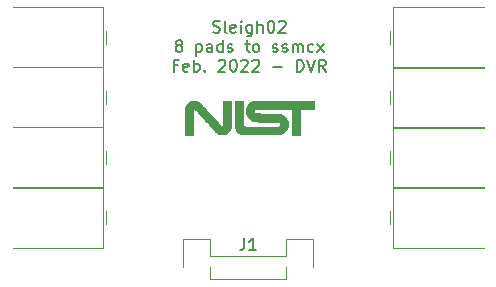
<source format=gbr>
G04 #@! TF.GenerationSoftware,KiCad,Pcbnew,5.1.4*
G04 #@! TF.CreationDate,2022-02-05T09:52:07-07:00*
G04 #@! TF.ProjectId,sleigh,736c6569-6768-42e6-9b69-6361645f7063,rev?*
G04 #@! TF.SameCoordinates,Original*
G04 #@! TF.FileFunction,Legend,Top*
G04 #@! TF.FilePolarity,Positive*
%FSLAX46Y46*%
G04 Gerber Fmt 4.6, Leading zero omitted, Abs format (unit mm)*
G04 Created by KiCad (PCBNEW 5.1.4) date 2022-02-05 09:52:07*
%MOMM*%
%LPD*%
G04 APERTURE LIST*
%ADD10C,0.150000*%
%ADD11C,0.010000*%
%ADD12C,0.120000*%
G04 APERTURE END LIST*
D10*
X149428571Y-73754761D02*
X149571428Y-73802380D01*
X149809523Y-73802380D01*
X149904761Y-73754761D01*
X149952380Y-73707142D01*
X150000000Y-73611904D01*
X150000000Y-73516666D01*
X149952380Y-73421428D01*
X149904761Y-73373809D01*
X149809523Y-73326190D01*
X149619047Y-73278571D01*
X149523809Y-73230952D01*
X149476190Y-73183333D01*
X149428571Y-73088095D01*
X149428571Y-72992857D01*
X149476190Y-72897619D01*
X149523809Y-72850000D01*
X149619047Y-72802380D01*
X149857142Y-72802380D01*
X150000000Y-72850000D01*
X150571428Y-73802380D02*
X150476190Y-73754761D01*
X150428571Y-73659523D01*
X150428571Y-72802380D01*
X151333333Y-73754761D02*
X151238095Y-73802380D01*
X151047619Y-73802380D01*
X150952380Y-73754761D01*
X150904761Y-73659523D01*
X150904761Y-73278571D01*
X150952380Y-73183333D01*
X151047619Y-73135714D01*
X151238095Y-73135714D01*
X151333333Y-73183333D01*
X151380952Y-73278571D01*
X151380952Y-73373809D01*
X150904761Y-73469047D01*
X151809523Y-73802380D02*
X151809523Y-73135714D01*
X151809523Y-72802380D02*
X151761904Y-72850000D01*
X151809523Y-72897619D01*
X151857142Y-72850000D01*
X151809523Y-72802380D01*
X151809523Y-72897619D01*
X152714285Y-73135714D02*
X152714285Y-73945238D01*
X152666666Y-74040476D01*
X152619047Y-74088095D01*
X152523809Y-74135714D01*
X152380952Y-74135714D01*
X152285714Y-74088095D01*
X152714285Y-73754761D02*
X152619047Y-73802380D01*
X152428571Y-73802380D01*
X152333333Y-73754761D01*
X152285714Y-73707142D01*
X152238095Y-73611904D01*
X152238095Y-73326190D01*
X152285714Y-73230952D01*
X152333333Y-73183333D01*
X152428571Y-73135714D01*
X152619047Y-73135714D01*
X152714285Y-73183333D01*
X153190476Y-73802380D02*
X153190476Y-72802380D01*
X153619047Y-73802380D02*
X153619047Y-73278571D01*
X153571428Y-73183333D01*
X153476190Y-73135714D01*
X153333333Y-73135714D01*
X153238095Y-73183333D01*
X153190476Y-73230952D01*
X154285714Y-72802380D02*
X154380952Y-72802380D01*
X154476190Y-72850000D01*
X154523809Y-72897619D01*
X154571428Y-72992857D01*
X154619047Y-73183333D01*
X154619047Y-73421428D01*
X154571428Y-73611904D01*
X154523809Y-73707142D01*
X154476190Y-73754761D01*
X154380952Y-73802380D01*
X154285714Y-73802380D01*
X154190476Y-73754761D01*
X154142857Y-73707142D01*
X154095238Y-73611904D01*
X154047619Y-73421428D01*
X154047619Y-73183333D01*
X154095238Y-72992857D01*
X154142857Y-72897619D01*
X154190476Y-72850000D01*
X154285714Y-72802380D01*
X155000000Y-72897619D02*
X155047619Y-72850000D01*
X155142857Y-72802380D01*
X155380952Y-72802380D01*
X155476190Y-72850000D01*
X155523809Y-72897619D01*
X155571428Y-72992857D01*
X155571428Y-73088095D01*
X155523809Y-73230952D01*
X154952380Y-73802380D01*
X155571428Y-73802380D01*
X146452380Y-74880952D02*
X146357142Y-74833333D01*
X146309523Y-74785714D01*
X146261904Y-74690476D01*
X146261904Y-74642857D01*
X146309523Y-74547619D01*
X146357142Y-74500000D01*
X146452380Y-74452380D01*
X146642857Y-74452380D01*
X146738095Y-74500000D01*
X146785714Y-74547619D01*
X146833333Y-74642857D01*
X146833333Y-74690476D01*
X146785714Y-74785714D01*
X146738095Y-74833333D01*
X146642857Y-74880952D01*
X146452380Y-74880952D01*
X146357142Y-74928571D01*
X146309523Y-74976190D01*
X146261904Y-75071428D01*
X146261904Y-75261904D01*
X146309523Y-75357142D01*
X146357142Y-75404761D01*
X146452380Y-75452380D01*
X146642857Y-75452380D01*
X146738095Y-75404761D01*
X146785714Y-75357142D01*
X146833333Y-75261904D01*
X146833333Y-75071428D01*
X146785714Y-74976190D01*
X146738095Y-74928571D01*
X146642857Y-74880952D01*
X148023809Y-74785714D02*
X148023809Y-75785714D01*
X148023809Y-74833333D02*
X148119047Y-74785714D01*
X148309523Y-74785714D01*
X148404761Y-74833333D01*
X148452380Y-74880952D01*
X148500000Y-74976190D01*
X148500000Y-75261904D01*
X148452380Y-75357142D01*
X148404761Y-75404761D01*
X148309523Y-75452380D01*
X148119047Y-75452380D01*
X148023809Y-75404761D01*
X149357142Y-75452380D02*
X149357142Y-74928571D01*
X149309523Y-74833333D01*
X149214285Y-74785714D01*
X149023809Y-74785714D01*
X148928571Y-74833333D01*
X149357142Y-75404761D02*
X149261904Y-75452380D01*
X149023809Y-75452380D01*
X148928571Y-75404761D01*
X148880952Y-75309523D01*
X148880952Y-75214285D01*
X148928571Y-75119047D01*
X149023809Y-75071428D01*
X149261904Y-75071428D01*
X149357142Y-75023809D01*
X150261904Y-75452380D02*
X150261904Y-74452380D01*
X150261904Y-75404761D02*
X150166666Y-75452380D01*
X149976190Y-75452380D01*
X149880952Y-75404761D01*
X149833333Y-75357142D01*
X149785714Y-75261904D01*
X149785714Y-74976190D01*
X149833333Y-74880952D01*
X149880952Y-74833333D01*
X149976190Y-74785714D01*
X150166666Y-74785714D01*
X150261904Y-74833333D01*
X150690476Y-75404761D02*
X150785714Y-75452380D01*
X150976190Y-75452380D01*
X151071428Y-75404761D01*
X151119047Y-75309523D01*
X151119047Y-75261904D01*
X151071428Y-75166666D01*
X150976190Y-75119047D01*
X150833333Y-75119047D01*
X150738095Y-75071428D01*
X150690476Y-74976190D01*
X150690476Y-74928571D01*
X150738095Y-74833333D01*
X150833333Y-74785714D01*
X150976190Y-74785714D01*
X151071428Y-74833333D01*
X152166666Y-74785714D02*
X152547619Y-74785714D01*
X152309523Y-74452380D02*
X152309523Y-75309523D01*
X152357142Y-75404761D01*
X152452380Y-75452380D01*
X152547619Y-75452380D01*
X153023809Y-75452380D02*
X152928571Y-75404761D01*
X152880952Y-75357142D01*
X152833333Y-75261904D01*
X152833333Y-74976190D01*
X152880952Y-74880952D01*
X152928571Y-74833333D01*
X153023809Y-74785714D01*
X153166666Y-74785714D01*
X153261904Y-74833333D01*
X153309523Y-74880952D01*
X153357142Y-74976190D01*
X153357142Y-75261904D01*
X153309523Y-75357142D01*
X153261904Y-75404761D01*
X153166666Y-75452380D01*
X153023809Y-75452380D01*
X154500000Y-75404761D02*
X154595238Y-75452380D01*
X154785714Y-75452380D01*
X154880952Y-75404761D01*
X154928571Y-75309523D01*
X154928571Y-75261904D01*
X154880952Y-75166666D01*
X154785714Y-75119047D01*
X154642857Y-75119047D01*
X154547619Y-75071428D01*
X154500000Y-74976190D01*
X154500000Y-74928571D01*
X154547619Y-74833333D01*
X154642857Y-74785714D01*
X154785714Y-74785714D01*
X154880952Y-74833333D01*
X155309523Y-75404761D02*
X155404761Y-75452380D01*
X155595238Y-75452380D01*
X155690476Y-75404761D01*
X155738095Y-75309523D01*
X155738095Y-75261904D01*
X155690476Y-75166666D01*
X155595238Y-75119047D01*
X155452380Y-75119047D01*
X155357142Y-75071428D01*
X155309523Y-74976190D01*
X155309523Y-74928571D01*
X155357142Y-74833333D01*
X155452380Y-74785714D01*
X155595238Y-74785714D01*
X155690476Y-74833333D01*
X156166666Y-75452380D02*
X156166666Y-74785714D01*
X156166666Y-74880952D02*
X156214285Y-74833333D01*
X156309523Y-74785714D01*
X156452380Y-74785714D01*
X156547619Y-74833333D01*
X156595238Y-74928571D01*
X156595238Y-75452380D01*
X156595238Y-74928571D02*
X156642857Y-74833333D01*
X156738095Y-74785714D01*
X156880952Y-74785714D01*
X156976190Y-74833333D01*
X157023809Y-74928571D01*
X157023809Y-75452380D01*
X157928571Y-75404761D02*
X157833333Y-75452380D01*
X157642857Y-75452380D01*
X157547619Y-75404761D01*
X157500000Y-75357142D01*
X157452380Y-75261904D01*
X157452380Y-74976190D01*
X157500000Y-74880952D01*
X157547619Y-74833333D01*
X157642857Y-74785714D01*
X157833333Y-74785714D01*
X157928571Y-74833333D01*
X158261904Y-75452380D02*
X158785714Y-74785714D01*
X158261904Y-74785714D02*
X158785714Y-75452380D01*
X146428571Y-76578571D02*
X146095238Y-76578571D01*
X146095238Y-77102380D02*
X146095238Y-76102380D01*
X146571428Y-76102380D01*
X147333333Y-77054761D02*
X147238095Y-77102380D01*
X147047619Y-77102380D01*
X146952380Y-77054761D01*
X146904761Y-76959523D01*
X146904761Y-76578571D01*
X146952380Y-76483333D01*
X147047619Y-76435714D01*
X147238095Y-76435714D01*
X147333333Y-76483333D01*
X147380952Y-76578571D01*
X147380952Y-76673809D01*
X146904761Y-76769047D01*
X147809523Y-77102380D02*
X147809523Y-76102380D01*
X147809523Y-76483333D02*
X147904761Y-76435714D01*
X148095238Y-76435714D01*
X148190476Y-76483333D01*
X148238095Y-76530952D01*
X148285714Y-76626190D01*
X148285714Y-76911904D01*
X148238095Y-77007142D01*
X148190476Y-77054761D01*
X148095238Y-77102380D01*
X147904761Y-77102380D01*
X147809523Y-77054761D01*
X148714285Y-77007142D02*
X148761904Y-77054761D01*
X148714285Y-77102380D01*
X148666666Y-77054761D01*
X148714285Y-77007142D01*
X148714285Y-77102380D01*
X149904761Y-76197619D02*
X149952380Y-76150000D01*
X150047619Y-76102380D01*
X150285714Y-76102380D01*
X150380952Y-76150000D01*
X150428571Y-76197619D01*
X150476190Y-76292857D01*
X150476190Y-76388095D01*
X150428571Y-76530952D01*
X149857142Y-77102380D01*
X150476190Y-77102380D01*
X151095238Y-76102380D02*
X151190476Y-76102380D01*
X151285714Y-76150000D01*
X151333333Y-76197619D01*
X151380952Y-76292857D01*
X151428571Y-76483333D01*
X151428571Y-76721428D01*
X151380952Y-76911904D01*
X151333333Y-77007142D01*
X151285714Y-77054761D01*
X151190476Y-77102380D01*
X151095238Y-77102380D01*
X151000000Y-77054761D01*
X150952380Y-77007142D01*
X150904761Y-76911904D01*
X150857142Y-76721428D01*
X150857142Y-76483333D01*
X150904761Y-76292857D01*
X150952380Y-76197619D01*
X151000000Y-76150000D01*
X151095238Y-76102380D01*
X151809523Y-76197619D02*
X151857142Y-76150000D01*
X151952380Y-76102380D01*
X152190476Y-76102380D01*
X152285714Y-76150000D01*
X152333333Y-76197619D01*
X152380952Y-76292857D01*
X152380952Y-76388095D01*
X152333333Y-76530952D01*
X151761904Y-77102380D01*
X152380952Y-77102380D01*
X152761904Y-76197619D02*
X152809523Y-76150000D01*
X152904761Y-76102380D01*
X153142857Y-76102380D01*
X153238095Y-76150000D01*
X153285714Y-76197619D01*
X153333333Y-76292857D01*
X153333333Y-76388095D01*
X153285714Y-76530952D01*
X152714285Y-77102380D01*
X153333333Y-77102380D01*
X154523809Y-76721428D02*
X155285714Y-76721428D01*
X156523809Y-77102380D02*
X156523809Y-76102380D01*
X156761904Y-76102380D01*
X156904761Y-76150000D01*
X157000000Y-76245238D01*
X157047619Y-76340476D01*
X157095238Y-76530952D01*
X157095238Y-76673809D01*
X157047619Y-76864285D01*
X157000000Y-76959523D01*
X156904761Y-77054761D01*
X156761904Y-77102380D01*
X156523809Y-77102380D01*
X157380952Y-76102380D02*
X157714285Y-77102380D01*
X158047619Y-76102380D01*
X158952380Y-77102380D02*
X158619047Y-76626190D01*
X158380952Y-77102380D02*
X158380952Y-76102380D01*
X158761904Y-76102380D01*
X158857142Y-76150000D01*
X158904761Y-76197619D01*
X158952380Y-76292857D01*
X158952380Y-76435714D01*
X158904761Y-76530952D01*
X158857142Y-76578571D01*
X158761904Y-76626190D01*
X158380952Y-76626190D01*
D11*
G36*
X157969467Y-80238000D02*
G01*
X156784133Y-80238000D01*
X156784133Y-82439333D01*
X156123733Y-82439333D01*
X156123733Y-80238000D01*
X153005395Y-80238000D01*
X152957143Y-80286252D01*
X152914855Y-80349892D01*
X152895424Y-80426539D01*
X152898799Y-80505983D01*
X152924929Y-80578015D01*
X152958810Y-80620476D01*
X152967507Y-80627211D01*
X152979328Y-80632986D01*
X152996878Y-80637906D01*
X153022765Y-80642074D01*
X153059596Y-80645595D01*
X153109978Y-80648571D01*
X153176517Y-80651107D01*
X153261822Y-80653307D01*
X153368497Y-80655273D01*
X153499152Y-80657111D01*
X153656391Y-80658924D01*
X153842823Y-80660815D01*
X154013056Y-80662438D01*
X154230615Y-80664596D01*
X154416923Y-80666724D01*
X154574597Y-80668910D01*
X154706252Y-80671238D01*
X154814506Y-80673793D01*
X154901974Y-80676661D01*
X154971272Y-80679927D01*
X155025016Y-80683677D01*
X155065822Y-80687995D01*
X155096308Y-80692967D01*
X155118428Y-80698477D01*
X155278079Y-80763462D01*
X155419013Y-80853586D01*
X155539023Y-80965355D01*
X155635900Y-81095279D01*
X155707433Y-81239864D01*
X155751415Y-81395619D01*
X155765636Y-81559052D01*
X155752711Y-81701190D01*
X155707416Y-81866190D01*
X155632867Y-82016368D01*
X155531494Y-82148864D01*
X155405726Y-82260820D01*
X155257992Y-82349376D01*
X155170658Y-82386197D01*
X155048466Y-82430867D01*
X153516000Y-82433981D01*
X153231882Y-82434436D01*
X152980020Y-82434567D01*
X152758808Y-82434357D01*
X152566636Y-82433788D01*
X152401896Y-82432844D01*
X152262981Y-82431506D01*
X152148281Y-82429759D01*
X152056188Y-82427584D01*
X151985095Y-82424965D01*
X151933393Y-82421883D01*
X151899474Y-82418323D01*
X151889576Y-82416558D01*
X151745918Y-82368314D01*
X151613592Y-82290802D01*
X151497502Y-82188003D01*
X151402552Y-82063900D01*
X151360641Y-81987003D01*
X151306200Y-81872067D01*
X151296828Y-79560667D01*
X151958133Y-79560667D01*
X151958133Y-80634724D01*
X151958204Y-80854084D01*
X151958455Y-81042035D01*
X151958947Y-81201034D01*
X151959738Y-81333537D01*
X151960889Y-81442003D01*
X151962457Y-81528887D01*
X151964504Y-81596647D01*
X151967088Y-81647741D01*
X151970269Y-81684625D01*
X151974105Y-81709756D01*
X151978657Y-81725592D01*
X151983984Y-81734589D01*
X151984743Y-81735390D01*
X151992043Y-81740062D01*
X152005392Y-81744160D01*
X152026872Y-81747722D01*
X152058567Y-81750783D01*
X152102559Y-81753382D01*
X152160931Y-81755554D01*
X152235767Y-81757336D01*
X152329150Y-81758766D01*
X152443161Y-81759879D01*
X152579886Y-81760714D01*
X152741405Y-81761305D01*
X152929804Y-81761692D01*
X153147164Y-81761909D01*
X153395568Y-81761994D01*
X153491542Y-81762000D01*
X154971732Y-81762000D01*
X155023698Y-81715433D01*
X155072103Y-81651251D01*
X155093911Y-81575284D01*
X155089110Y-81496535D01*
X155057689Y-81424009D01*
X155024122Y-81385477D01*
X154971732Y-81338667D01*
X154011033Y-81338372D01*
X153790625Y-81338210D01*
X153601157Y-81337711D01*
X153439703Y-81336645D01*
X153303336Y-81334776D01*
X153189131Y-81331874D01*
X153094160Y-81327704D01*
X153015497Y-81322034D01*
X152950217Y-81314630D01*
X152895392Y-81305261D01*
X152848097Y-81293693D01*
X152805404Y-81279693D01*
X152764388Y-81263029D01*
X152722122Y-81243467D01*
X152703200Y-81234285D01*
X152578169Y-81155933D01*
X152464139Y-81051442D01*
X152366879Y-80928067D01*
X152292155Y-80793061D01*
X152247344Y-80660862D01*
X152235388Y-80579882D01*
X152230506Y-80480978D01*
X152232547Y-80377855D01*
X152241364Y-80284217D01*
X152252043Y-80229533D01*
X152312253Y-80066707D01*
X152400261Y-79922197D01*
X152514159Y-79798059D01*
X152652039Y-79696346D01*
X152811992Y-79619114D01*
X152822688Y-79615143D01*
X152948733Y-79569133D01*
X155459100Y-79564471D01*
X157969467Y-79559810D01*
X157969467Y-80238000D01*
X157969467Y-80238000D01*
G37*
X157969467Y-80238000D02*
X156784133Y-80238000D01*
X156784133Y-82439333D01*
X156123733Y-82439333D01*
X156123733Y-80238000D01*
X153005395Y-80238000D01*
X152957143Y-80286252D01*
X152914855Y-80349892D01*
X152895424Y-80426539D01*
X152898799Y-80505983D01*
X152924929Y-80578015D01*
X152958810Y-80620476D01*
X152967507Y-80627211D01*
X152979328Y-80632986D01*
X152996878Y-80637906D01*
X153022765Y-80642074D01*
X153059596Y-80645595D01*
X153109978Y-80648571D01*
X153176517Y-80651107D01*
X153261822Y-80653307D01*
X153368497Y-80655273D01*
X153499152Y-80657111D01*
X153656391Y-80658924D01*
X153842823Y-80660815D01*
X154013056Y-80662438D01*
X154230615Y-80664596D01*
X154416923Y-80666724D01*
X154574597Y-80668910D01*
X154706252Y-80671238D01*
X154814506Y-80673793D01*
X154901974Y-80676661D01*
X154971272Y-80679927D01*
X155025016Y-80683677D01*
X155065822Y-80687995D01*
X155096308Y-80692967D01*
X155118428Y-80698477D01*
X155278079Y-80763462D01*
X155419013Y-80853586D01*
X155539023Y-80965355D01*
X155635900Y-81095279D01*
X155707433Y-81239864D01*
X155751415Y-81395619D01*
X155765636Y-81559052D01*
X155752711Y-81701190D01*
X155707416Y-81866190D01*
X155632867Y-82016368D01*
X155531494Y-82148864D01*
X155405726Y-82260820D01*
X155257992Y-82349376D01*
X155170658Y-82386197D01*
X155048466Y-82430867D01*
X153516000Y-82433981D01*
X153231882Y-82434436D01*
X152980020Y-82434567D01*
X152758808Y-82434357D01*
X152566636Y-82433788D01*
X152401896Y-82432844D01*
X152262981Y-82431506D01*
X152148281Y-82429759D01*
X152056188Y-82427584D01*
X151985095Y-82424965D01*
X151933393Y-82421883D01*
X151899474Y-82418323D01*
X151889576Y-82416558D01*
X151745918Y-82368314D01*
X151613592Y-82290802D01*
X151497502Y-82188003D01*
X151402552Y-82063900D01*
X151360641Y-81987003D01*
X151306200Y-81872067D01*
X151296828Y-79560667D01*
X151958133Y-79560667D01*
X151958133Y-80634724D01*
X151958204Y-80854084D01*
X151958455Y-81042035D01*
X151958947Y-81201034D01*
X151959738Y-81333537D01*
X151960889Y-81442003D01*
X151962457Y-81528887D01*
X151964504Y-81596647D01*
X151967088Y-81647741D01*
X151970269Y-81684625D01*
X151974105Y-81709756D01*
X151978657Y-81725592D01*
X151983984Y-81734589D01*
X151984743Y-81735390D01*
X151992043Y-81740062D01*
X152005392Y-81744160D01*
X152026872Y-81747722D01*
X152058567Y-81750783D01*
X152102559Y-81753382D01*
X152160931Y-81755554D01*
X152235767Y-81757336D01*
X152329150Y-81758766D01*
X152443161Y-81759879D01*
X152579886Y-81760714D01*
X152741405Y-81761305D01*
X152929804Y-81761692D01*
X153147164Y-81761909D01*
X153395568Y-81761994D01*
X153491542Y-81762000D01*
X154971732Y-81762000D01*
X155023698Y-81715433D01*
X155072103Y-81651251D01*
X155093911Y-81575284D01*
X155089110Y-81496535D01*
X155057689Y-81424009D01*
X155024122Y-81385477D01*
X154971732Y-81338667D01*
X154011033Y-81338372D01*
X153790625Y-81338210D01*
X153601157Y-81337711D01*
X153439703Y-81336645D01*
X153303336Y-81334776D01*
X153189131Y-81331874D01*
X153094160Y-81327704D01*
X153015497Y-81322034D01*
X152950217Y-81314630D01*
X152895392Y-81305261D01*
X152848097Y-81293693D01*
X152805404Y-81279693D01*
X152764388Y-81263029D01*
X152722122Y-81243467D01*
X152703200Y-81234285D01*
X152578169Y-81155933D01*
X152464139Y-81051442D01*
X152366879Y-80928067D01*
X152292155Y-80793061D01*
X152247344Y-80660862D01*
X152235388Y-80579882D01*
X152230506Y-80480978D01*
X152232547Y-80377855D01*
X152241364Y-80284217D01*
X152252043Y-80229533D01*
X152312253Y-80066707D01*
X152400261Y-79922197D01*
X152514159Y-79798059D01*
X152652039Y-79696346D01*
X152811992Y-79619114D01*
X152822688Y-79615143D01*
X152948733Y-79569133D01*
X155459100Y-79564471D01*
X157969467Y-79559810D01*
X157969467Y-80238000D01*
G36*
X150942133Y-80652033D02*
G01*
X150941840Y-80914348D01*
X150940955Y-81143187D01*
X150939473Y-81338935D01*
X150937388Y-81501977D01*
X150934694Y-81632698D01*
X150931383Y-81731483D01*
X150927451Y-81798718D01*
X150923259Y-81833133D01*
X150875418Y-81981676D01*
X150799396Y-82114388D01*
X150698347Y-82228282D01*
X150575427Y-82320371D01*
X150433790Y-82387669D01*
X150299747Y-82423381D01*
X150159824Y-82432494D01*
X150016647Y-82413081D01*
X149878946Y-82367599D01*
X149755448Y-82298503D01*
X149700529Y-82254767D01*
X149678339Y-82232546D01*
X149635331Y-82187342D01*
X149573441Y-82121255D01*
X149494607Y-82036384D01*
X149400764Y-81934830D01*
X149293850Y-81818692D01*
X149175800Y-81690072D01*
X149048552Y-81551068D01*
X148914041Y-81403780D01*
X148774205Y-81250310D01*
X148769857Y-81245533D01*
X148630885Y-81092921D01*
X148497966Y-80947141D01*
X148372942Y-80810201D01*
X148257656Y-80684113D01*
X148153953Y-80570886D01*
X148063675Y-80472532D01*
X147988666Y-80391060D01*
X147930768Y-80328481D01*
X147891826Y-80286805D01*
X147873681Y-80268043D01*
X147873231Y-80267633D01*
X147823849Y-80240958D01*
X147776176Y-80246630D01*
X147751409Y-80264609D01*
X147745977Y-80272893D01*
X147741326Y-80287692D01*
X147737399Y-80311466D01*
X147734136Y-80346670D01*
X147731477Y-80395762D01*
X147729364Y-80461199D01*
X147727736Y-80545438D01*
X147726534Y-80650936D01*
X147725699Y-80780150D01*
X147725171Y-80935538D01*
X147724892Y-81119556D01*
X147724801Y-81334661D01*
X147724800Y-81365276D01*
X147724800Y-82439333D01*
X147069899Y-82439333D01*
X147058707Y-81791633D01*
X147053864Y-81484522D01*
X147050487Y-81208830D01*
X147048575Y-80964869D01*
X147048127Y-80752952D01*
X147049141Y-80573393D01*
X147051615Y-80426503D01*
X147055549Y-80312596D01*
X147060941Y-80231985D01*
X147065760Y-80194543D01*
X147104999Y-80061597D01*
X147170853Y-79932270D01*
X147257596Y-79814989D01*
X147359501Y-79718180D01*
X147416021Y-79679069D01*
X147539496Y-79622049D01*
X147677938Y-79588471D01*
X147823167Y-79578378D01*
X147967005Y-79591811D01*
X148101275Y-79628812D01*
X148195737Y-79675061D01*
X148214612Y-79687146D01*
X148234228Y-79701151D01*
X148256202Y-79718777D01*
X148282150Y-79741725D01*
X148313690Y-79771695D01*
X148352439Y-79810388D01*
X148400014Y-79859506D01*
X148458033Y-79920749D01*
X148528112Y-79995818D01*
X148611869Y-80086415D01*
X148710921Y-80194239D01*
X148826884Y-80320992D01*
X148961376Y-80468375D01*
X149116015Y-80638089D01*
X149221984Y-80754467D01*
X149362011Y-80908176D01*
X149495815Y-81054874D01*
X149621593Y-81192591D01*
X149737540Y-81319361D01*
X149841849Y-81433215D01*
X149932717Y-81532185D01*
X150008337Y-81614303D01*
X150066906Y-81677602D01*
X150106618Y-81720114D01*
X150125668Y-81739871D01*
X150126732Y-81740833D01*
X150174179Y-81760670D01*
X150222935Y-81752149D01*
X150255373Y-81724365D01*
X150260795Y-81713515D01*
X150265431Y-81695963D01*
X150269342Y-81669222D01*
X150272588Y-81630805D01*
X150275227Y-81578222D01*
X150277320Y-81508987D01*
X150278925Y-81420611D01*
X150280103Y-81310606D01*
X150280914Y-81176486D01*
X150281416Y-81015761D01*
X150281669Y-80825944D01*
X150281733Y-80623699D01*
X150281733Y-79560667D01*
X150942133Y-79560667D01*
X150942133Y-80652033D01*
X150942133Y-80652033D01*
G37*
X150942133Y-80652033D02*
X150941840Y-80914348D01*
X150940955Y-81143187D01*
X150939473Y-81338935D01*
X150937388Y-81501977D01*
X150934694Y-81632698D01*
X150931383Y-81731483D01*
X150927451Y-81798718D01*
X150923259Y-81833133D01*
X150875418Y-81981676D01*
X150799396Y-82114388D01*
X150698347Y-82228282D01*
X150575427Y-82320371D01*
X150433790Y-82387669D01*
X150299747Y-82423381D01*
X150159824Y-82432494D01*
X150016647Y-82413081D01*
X149878946Y-82367599D01*
X149755448Y-82298503D01*
X149700529Y-82254767D01*
X149678339Y-82232546D01*
X149635331Y-82187342D01*
X149573441Y-82121255D01*
X149494607Y-82036384D01*
X149400764Y-81934830D01*
X149293850Y-81818692D01*
X149175800Y-81690072D01*
X149048552Y-81551068D01*
X148914041Y-81403780D01*
X148774205Y-81250310D01*
X148769857Y-81245533D01*
X148630885Y-81092921D01*
X148497966Y-80947141D01*
X148372942Y-80810201D01*
X148257656Y-80684113D01*
X148153953Y-80570886D01*
X148063675Y-80472532D01*
X147988666Y-80391060D01*
X147930768Y-80328481D01*
X147891826Y-80286805D01*
X147873681Y-80268043D01*
X147873231Y-80267633D01*
X147823849Y-80240958D01*
X147776176Y-80246630D01*
X147751409Y-80264609D01*
X147745977Y-80272893D01*
X147741326Y-80287692D01*
X147737399Y-80311466D01*
X147734136Y-80346670D01*
X147731477Y-80395762D01*
X147729364Y-80461199D01*
X147727736Y-80545438D01*
X147726534Y-80650936D01*
X147725699Y-80780150D01*
X147725171Y-80935538D01*
X147724892Y-81119556D01*
X147724801Y-81334661D01*
X147724800Y-81365276D01*
X147724800Y-82439333D01*
X147069899Y-82439333D01*
X147058707Y-81791633D01*
X147053864Y-81484522D01*
X147050487Y-81208830D01*
X147048575Y-80964869D01*
X147048127Y-80752952D01*
X147049141Y-80573393D01*
X147051615Y-80426503D01*
X147055549Y-80312596D01*
X147060941Y-80231985D01*
X147065760Y-80194543D01*
X147104999Y-80061597D01*
X147170853Y-79932270D01*
X147257596Y-79814989D01*
X147359501Y-79718180D01*
X147416021Y-79679069D01*
X147539496Y-79622049D01*
X147677938Y-79588471D01*
X147823167Y-79578378D01*
X147967005Y-79591811D01*
X148101275Y-79628812D01*
X148195737Y-79675061D01*
X148214612Y-79687146D01*
X148234228Y-79701151D01*
X148256202Y-79718777D01*
X148282150Y-79741725D01*
X148313690Y-79771695D01*
X148352439Y-79810388D01*
X148400014Y-79859506D01*
X148458033Y-79920749D01*
X148528112Y-79995818D01*
X148611869Y-80086415D01*
X148710921Y-80194239D01*
X148826884Y-80320992D01*
X148961376Y-80468375D01*
X149116015Y-80638089D01*
X149221984Y-80754467D01*
X149362011Y-80908176D01*
X149495815Y-81054874D01*
X149621593Y-81192591D01*
X149737540Y-81319361D01*
X149841849Y-81433215D01*
X149932717Y-81532185D01*
X150008337Y-81614303D01*
X150066906Y-81677602D01*
X150106618Y-81720114D01*
X150125668Y-81739871D01*
X150126732Y-81740833D01*
X150174179Y-81760670D01*
X150222935Y-81752149D01*
X150255373Y-81724365D01*
X150260795Y-81713515D01*
X150265431Y-81695963D01*
X150269342Y-81669222D01*
X150272588Y-81630805D01*
X150275227Y-81578222D01*
X150277320Y-81508987D01*
X150278925Y-81420611D01*
X150280103Y-81310606D01*
X150280914Y-81176486D01*
X150281416Y-81015761D01*
X150281669Y-80825944D01*
X150281733Y-80623699D01*
X150281733Y-79560667D01*
X150942133Y-79560667D01*
X150942133Y-80652033D01*
D12*
X149200000Y-93666000D02*
X149200000Y-94706000D01*
X155600000Y-93666000D02*
X155600000Y-94706000D01*
X146890000Y-91306000D02*
X146890000Y-93666000D01*
X157910000Y-91306000D02*
X157910000Y-93666000D01*
X149200000Y-91306000D02*
X146890000Y-91306000D01*
X155600000Y-91306000D02*
X157910000Y-91306000D01*
X149200000Y-92746000D02*
X149200000Y-91306000D01*
X155600000Y-92746000D02*
X155600000Y-91306000D01*
X155600000Y-92746000D02*
X149200000Y-92746000D01*
X155600000Y-94706000D02*
X149200000Y-94706000D01*
X164446000Y-89998000D02*
X164446000Y-88898000D01*
X172346000Y-86888000D02*
X164646000Y-86888000D01*
X164646000Y-86888000D02*
X164646000Y-92008000D01*
X172346000Y-92008000D02*
X164646000Y-92008000D01*
X164446000Y-84918000D02*
X164446000Y-83818000D01*
X172346000Y-81808000D02*
X164646000Y-81808000D01*
X164646000Y-81808000D02*
X164646000Y-86928000D01*
X172346000Y-86928000D02*
X164646000Y-86928000D01*
X164446000Y-79838000D02*
X164446000Y-78738000D01*
X172346000Y-76728000D02*
X164646000Y-76728000D01*
X164646000Y-76728000D02*
X164646000Y-81848000D01*
X172346000Y-81848000D02*
X164646000Y-81848000D01*
X164446000Y-74758000D02*
X164446000Y-73658000D01*
X172346000Y-71648000D02*
X164646000Y-71648000D01*
X164646000Y-71648000D02*
X164646000Y-76768000D01*
X172346000Y-76768000D02*
X164646000Y-76768000D01*
X140354000Y-73650000D02*
X140354000Y-74750000D01*
X132454000Y-76760000D02*
X140154000Y-76760000D01*
X140154000Y-76760000D02*
X140154000Y-71640000D01*
X132454000Y-71640000D02*
X140154000Y-71640000D01*
X140354000Y-78730000D02*
X140354000Y-79830000D01*
X132454000Y-81840000D02*
X140154000Y-81840000D01*
X140154000Y-81840000D02*
X140154000Y-76720000D01*
X132454000Y-76720000D02*
X140154000Y-76720000D01*
X140354000Y-83818000D02*
X140354000Y-84918000D01*
X132454000Y-86928000D02*
X140154000Y-86928000D01*
X140154000Y-86928000D02*
X140154000Y-81808000D01*
X132454000Y-81808000D02*
X140154000Y-81808000D01*
X140354000Y-88898000D02*
X140354000Y-89998000D01*
X132454000Y-92008000D02*
X140154000Y-92008000D01*
X140154000Y-92008000D02*
X140154000Y-86888000D01*
X132454000Y-86888000D02*
X140154000Y-86888000D01*
D10*
X152066666Y-91228380D02*
X152066666Y-91942666D01*
X152019047Y-92085523D01*
X151923809Y-92180761D01*
X151780952Y-92228380D01*
X151685714Y-92228380D01*
X153066666Y-92228380D02*
X152495238Y-92228380D01*
X152780952Y-92228380D02*
X152780952Y-91228380D01*
X152685714Y-91371238D01*
X152590476Y-91466476D01*
X152495238Y-91514095D01*
M02*

</source>
